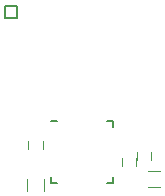
<source format=gto>
%TF.GenerationSoftware,KiCad,Pcbnew,4.0.6*%
%TF.CreationDate,2017-07-19T01:35:51+03:00*%
%TF.ProjectId,esp12_atmega_addon,65737031325F61746D6567615F616464,rev?*%
%TF.FileFunction,Legend,Top*%
%FSLAX46Y46*%
G04 Gerber Fmt 4.6, Leading zero omitted, Abs format (unit mm)*
G04 Created by KiCad (PCBNEW 4.0.6) date 07/19/17 01:35:51*
%MOMM*%
%LPD*%
G01*
G04 APERTURE LIST*
%ADD10C,0.100000*%
%ADD11C,0.150000*%
%ADD12C,0.120000*%
G04 APERTURE END LIST*
D10*
D11*
X-16998900Y-8503600D02*
X-16998900Y-7503600D01*
X-15998900Y-8503600D02*
X-16998900Y-8503600D01*
X-15998900Y-7503600D02*
X-15998900Y-8503600D01*
X-16998900Y-7503600D02*
X-15998900Y-7503600D01*
D12*
X-15000000Y-19650000D02*
X-15000000Y-18950000D01*
X-13800000Y-18950000D02*
X-13800000Y-19650000D01*
X-7100000Y-21050000D02*
X-7100000Y-20350000D01*
X-5900000Y-20350000D02*
X-5900000Y-21050000D01*
X-5800000Y-20550000D02*
X-5800000Y-19850000D01*
X-4600000Y-19850000D02*
X-4600000Y-20550000D01*
D11*
X-7825000Y-17275000D02*
X-7825000Y-17800000D01*
X-13075000Y-22525000D02*
X-13075000Y-22000000D01*
X-7825000Y-22525000D02*
X-7825000Y-22000000D01*
X-13075000Y-17275000D02*
X-12550000Y-17275000D01*
X-13075000Y-22525000D02*
X-12550000Y-22525000D01*
X-7825000Y-22525000D02*
X-8350000Y-22525000D01*
X-7825000Y-17275000D02*
X-8350000Y-17275000D01*
D12*
X-15080000Y-23150000D02*
X-15080000Y-22150000D01*
X-13720000Y-22150000D02*
X-13720000Y-23150000D01*
X-4850000Y-21520000D02*
X-3850000Y-21520000D01*
X-3850000Y-22880000D02*
X-4850000Y-22880000D01*
M02*

</source>
